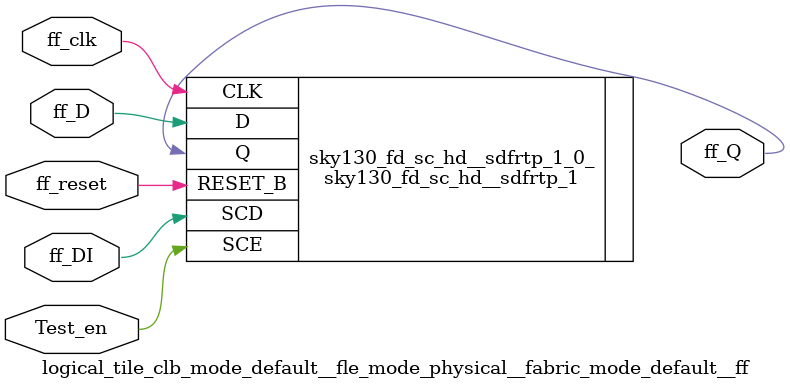
<source format=v>
`timescale 1ns / 1ps

`default_nettype none

// ----- Verilog module for logical_tile_clb_mode_default__fle_mode_physical__fabric_mode_default__ff -----
module logical_tile_clb_mode_default__fle_mode_physical__fabric_mode_default__ff(Test_en,
                                                                                 ff_D,
                                                                                 ff_DI,
                                                                                 ff_reset,
                                                                                 ff_Q,
                                                                                 ff_clk);
//----- GLOBAL PORTS -----
input [0:0] Test_en;
//----- INPUT PORTS -----
input [0:0] ff_D;
//----- INPUT PORTS -----
input [0:0] ff_DI;
//----- INPUT PORTS -----
input [0:0] ff_reset;
//----- OUTPUT PORTS -----
output [0:0] ff_Q;
//----- CLOCK PORTS -----
input [0:0] ff_clk;

//----- BEGIN wire-connection ports -----
wire [0:0] ff_D;
wire [0:0] ff_DI;
wire [0:0] ff_reset;
wire [0:0] ff_Q;
wire [0:0] ff_clk;
//----- END wire-connection ports -----


//----- BEGIN Registered ports -----
//----- END Registered ports -----



// ----- BEGIN Local short connections -----
// ----- END Local short connections -----
// ----- BEGIN Local output short connections -----
// ----- END Local output short connections -----

	sky130_fd_sc_hd__sdfrtp_1 sky130_fd_sc_hd__sdfrtp_1_0_ (
		.SCE(Test_en),
		.D(ff_D),
		.SCD(ff_DI),
		.RESET_B(ff_reset),
		.CLK(ff_clk),
		.Q(ff_Q));

endmodule
// ----- END Verilog module for logical_tile_clb_mode_default__fle_mode_physical__fabric_mode_default__ff -----

//----- Default net type -----
`default_nettype none




</source>
